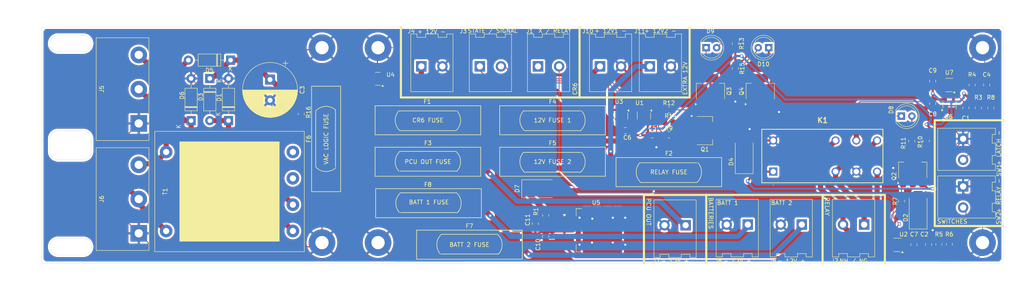
<source format=kicad_pcb>
(kicad_pcb (version 20241229) (generator "pcbnew") (generator_version "9.0")
  (title_block (title "Jet Flener (Revision of Design by Wesley T. Honeycutt)") (date "2025-06-11") (rev "0.5"))
  (layers (0 "F.Cu" signal) (2 "B.Cu" signal) (13 "F.Paste" user) (15 "B.Paste" user) (5 "F.SilkS" user "F.Silkscreen") (7 "B.SilkS" user "B.Silkscreen") (1 "F.Mask" user) (3 "B.Mask" user) (25 "Edge.Cuts" user))
  (net 0 "")
  (net 1 "Net-(C1-Pad2)")
  (net 2 "Net-(C1-Pad1)")
  (net 3 "Net-(D2-K)")
  (net 4 "GND")
  (net 5 "Net-(D3-K)")
  (net 6 "Net-(C4-Pad1)")
  (net 7 "Net-(D1-K)")
  (net 8 "Net-(D2-A)")
  (net 9 "Net-(D4-K)")
  (net 10 "Net-(D5-A)")
  (net 11 "+12V")
  (net 12 "Net-(D7-A)")
  (net 13 "Net-(D8-A)")
  (net 14 "Net-(D8-K)")
  (net 15 "Net-(D9-A)")
  (net 16 "Net-(D9-K)")
  (net 17 "Net-(D10-K)")
  (net 18 "Net-(D10-A)")
  (net 19 "Net-(F2-Pad1)")
  (net 20 "Net-(J7-Pin_1)")
  (net 21 "Net-(U5-IN)")
  (net 22 "Relay-toggle")
  (net 24 "Net-(J2-Pin_1)")
  (net 25 "Net-(J2-Pin_2)")
  (net 26 "LOGIC-Signal")
  (net 27 "Net-(J3-Pin_1)")
  (net 28 "Net-(J5-Pin_3)")
  (net 29 "Net-(J5-Pin_2)")
  (net 30 "Net-(Q1-B)")
  (net 31 "Net-(Q2-C)")
  (net 32 "Net-(Q2-B)")
  (net 33 "Net-(Q3-B)")
  (net 34 "Net-(Q4-B)")
  (net 35 "+5V")
  (net 36 "Net-(R7-Pad2)")
  (net 37 "LOGIC-Button")
  (net 38 "LOGIC-VAC")
  (net 39 "Net-(U1-Pad4)")
  (net 40 "Net-(U6-Pad4)")
  (net 43 "Net-(J4-Pin_1)")
  (net 44 "Net-(J10-Pin_1)")
  (net 45 "Net-(J11-Pin_1)")
  (net 46 "Net-(F6-Pad1)")
  (net 47 "Net-(U4-VI)")
  (net 48 "Net-(J9-Pin_1)")
  (net 49 "Net-(J8-Pin_1)")
  (footprint "EM27Footprints:Molex_Barrier_Term_Block-8.26mm-3pos" (layer "F.Cu") (at 52.4 51.76 90)
    (property "Reference" "J5")
    (property "Value" "Screw_Terminal_01x03")
  )
  (footprint "EM27Footprints:FUSE_5x20" (layer "F.Cu") (at 132 81)
    (property "Reference" "F7")
    (property "Value" "BATT 2 FUSE")
  )
  (footprint "EM27Footprints:FUSE_5x20" (layer "F.Cu") (at 180 63.5 180)
    (property "Reference" "F2")
    (property "Value" "RELAY FUSE")
  )
  (footprint "Diode_THT:D_DO-41_SOD81_P10.16mm_Horizontal" (layer "F.Cu") (at 69.5 40.92 -90)
    (property "Reference" "D3")
    (property "Value" "D")
  )
  (footprint "Capacitor_SMD:C_0805_2012Metric_Pad1.18x1.45mm_HandSolder" (layer "F.Cu") (at 147.85 75.9225 -90)
    (property "Reference" "C11")
    (property "Value" "0.1uF")
  )
  (footprint "EM27Footprints:KobiConn_5.08mm-2pos-35deg_screwterminal" (layer "F.Cu") (at 148.5 38)
    (property "Reference" "J1")
    (property "Value" "Screw_Terminal_01x02")
  )
  (footprint "MountingHole:MountingHole_3.2mm_M3_Pad" (layer "F.Cu") (at 255.5 33.5)
    (property "Reference" "H4" (hide yes))
    (property "Value" "MountingHole_Pad")
  )
  (footprint "Capacitor_SMD:C_0805_2012Metric_Pad1.18x1.45mm_HandSolder" (layer "F.Cu") (at 256.5 42.5 90)
    (property "Reference" "C4")
    (property "Value" "1uF")
  )
  (footprint "Package_TO_SOT_SMD:SOT-23" (layer "F.Cu") (at 109.9375 41 180)
    (property "Reference" "U4")
    (property "Value" "MCP1700x-500xxTT")
  )
  (footprint "Capacitor_SMD:C_0805_2012Metric_Pad1.18x1.45mm_HandSolder" (layer "F.Cu") (at 239 81 90)
    (property "Reference" "C7")
    (property "Value" "0.1uF")
  )
  (footprint "Resistor_SMD:R_0805_2012Metric_Pad1.20x1.40mm_HandSolder" (layer "F.Cu") (at 241.96 56 -90)
    (property "Reference" "R10")
    (property "Value" "100")
  )
  (footprint "EM27Footprints:KobiConn_5.08mm-2pos-35deg_screwterminal" (layer "F.Cu") (at 175.42 38)
    (property "Reference" "J11")
    (property "Value" "Screw_Terminal_01x02")
  )
  (footprint "Package_TO_SOT_SMD:SOT-23-5_HandSoldering" (layer "F.Cu") (at 168.5 49.85 -90)
    (property "Reference" "U3")
    (property "Value" "74AHCT1G08")
  )
  (footprint "EM27Footprints:Molex_Barrier_Term_Block-8.26mm-3pos" (layer "F.Cu") (at 52.4 78.26 90)
    (property "Reference" "J6")
    (property "Value" "Screw_Terminal_01x03")
  )
  (footprint "EM27Footprints:KobiConn_5.08mm-2pos-35deg_screwterminal" (layer "F.Cu") (at 163.42 38)
    (property "Reference" "J10")
    (property "Value" "Screw_Terminal_01x02")
  )
  (footprint "EM27Footprints:KobiConn_5.08mm-2pos-35deg_screwterminal" (layer "F.Cu") (at 120.42 38)
    (property "Reference" "J4")
    (property "Value" "Screw_Terminal_01x02")
  )
  (footprint "Package_TO_SOT_SMD:SOT-223-3_TabPin2" (layer "F.Cu") (at 202 44 90)
    (property "Reference" "Q4")
    (property "Value" "PZTA42")
  )
  (footprint "Resistor_SMD:R_0805_2012Metric_Pad1.20x1.40mm_HandSolder" (layer "F.Cu") (at 247.5 80.925 90)
    (property "Reference" "R5")
    (property "Value" "100k")
  )
  (footprint "EM27Footprints:KobiConn_5.08mm-2pos-35deg_screwterminal" (layer "F.Cu") (at 212 76.15 180)
    (property "Reference" "J9")
    (property "Value" "Screw_Terminal_01x02")
  )
  (footprint "MountingHole:MountingHole_3.2mm_M3_Pad" (layer "F.Cu") (at 96.5 80.5)
    (property "Reference" "H1" (hide yes))
    (property "Value" "MountingHole_Pad")
  )
  (footprint "Capacitor_SMD:C_0805_2012Metric_Pad1.18x1.45mm_HandSolder" (layer "F.Cu") (at 243.5 47 -90)
    (property "Reference" "C8")
    (property "Value" "0.1uF")
  )
  (footprint "Package_TO_SOT_SMD:SOT-223-3_TabPin2" (layer "F.Cu") (at 238.7 63 90)
    (property "Reference" "Q2")
    (property "Value" "PZTA42")
  )
  (footprint "Diode_SMD:D_SMB_Handsoldering" (layer "F.Cu") (at 149.3 67.5)
    (property "Reference" "D7")
    (property "Value" "D_Schottky")
  )
  (footprint "MountingHole:MountingHole_3.2mm_M3_Pad" (layer "F.Cu") (at 110 80.5)
    (property "Reference" "H2" (hide yes))
    (property "Value" "MountingHole_Pad")
  )
  (footprint "Package_TO_SOT_SMD:SOT-23-5_HandSoldering" (layer "F.Cu") (at 247.55 47.35 90)
    (property "Reference" "U6")
    (property "Value" "74AHCT1G00")
  )
  (footprint "Resistor_SMD:R_0805_2012Metric_Pad1.20x1.40mm_HandSolder" (layer "F.Cu") (at 253 42.5 90)
    (property "Reference" "R4")
    (property "Value" "100k")
  )
  (footprint "EM27Footprints:FUSE_5x20" (layer "F.Cu") (at 152 61 180)
    (property "Reference" "F5")
    (property "Value" "12V FUSE 2")
  )
  (footprint "EM27Footprints:FUSE_5x20" (layer "F.Cu") (at 122 61)
    (property "Reference" "F3")
    (property "Value" "PCU OUT FUSE")
  )
  (footprint "LED_THT:LED_D5.0mm" (layer "F.Cu") (at 235.96 50)
    (property "Reference" "D8")
    (property "Value" "LED")
  )
  (footprint "Package_TO_SOT_SMD:SOT-223-3_TabPin2" (layer "F.Cu") (at 188.625 53.5)
    (property "Reference" "Q1")
    (property "Value" "PZTA42")
  )
  (footprint "EM27Footprints:FUSE_5x20" (layer "F.Cu") (at 122.144 71)
    (property "Reference" "F8")
    (property "Value" "BATT 1 FUSE")
  )
  (footprint "EM27Footprints:KobiConn_5.08mm-2pos-35deg_screwterminal" (layer "F.Cu") (at 227 76.15 180)
    (property "Reference" "J2")
    (property "Value" "Screw_Terminal_01x02")
  )
  (footprint "Resistor_SMD:R_0805_2012Metric_Pad1.20x1.40mm_HandSolder" (layer "F.Cu") (at 150.35 73.96 -90)
    (property "Reference" "R1")
    (property "Value" "0")
  )
  (footprint "LED_THT:LED_D5.0mm" (layer "F.Cu") (at 188.96 33.5)
    (property "Reference" "D9")
    (property "Value" "LED")
  )
  (footprint "EM27Footprints:KobiConn_5.08mm-2pos-35deg_screwterminal" (layer "F.Cu") (at 250.825 66.96 -90)
    (property "Reference" "SW2")
    (property "Value" "SW_Push")
  )
  (footprint "LED_THT:LED_D5.0mm" (layer "F.Cu") (at 204.04 33.5 180)
    (property "Reference" "D10")
    (property "Value" "LED")
  )
  (footprint "EM27Footprints:FUSE_5x20" (layer "F.Cu") (at 97.5 55.5 90)
    (property "Reference" "F6")
    (property "Value" "VAC LOGIC FUSE")
  )
  (footprint "Capacitor_SMD:C_0805_2012Metric_Pad1.18x1.45mm_HandSolder" (layer "F.Cu") (at 242.5 80.9625 90)
    (property "Reference" "C2")
    (property "Value" "1uF")
  )
  (footprint "Package_TO_SOT_SMD:SOT-23-5_HandSoldering" (layer "F.Cu") (at 235 81.05 180)
    (property "Reference" "U2")
    (property "Value" "74AHCT1G86")
  )
  (footprint "Diode_THT:D_DO-41_SOD81_P10.16mm_Horizontal" (layer "F.Cu") (at 74 51.08 90)
    (property "Reference" "D1")
    (property "Value" "D")
  )
  (footprint "Package_TO_SOT_SMD:TO-263-3_TabPin2" (layer "F.Cu") (at 162.5 77.5)
    (property "Reference" "U5")
    (property "Value" "L7805")
  )
  (footprint "MountingHole:MountingHole_3.2mm_M3_Pad" (layer "F.Cu") (at 255.5 80.5)
    (property "Reference" "H6" (hide yes))
    (property "Value" "MountingHole_Pad")
  )
  (footprint "EM27Footprints:F12-090-C2" (layer "F.Cu") (at 74.2473 68.175 -90)
    (property "Reference" "T1")
    (property "Value" "Transformer_1P_2S")
  )
  (footprint "Resistor_SMD:R_0805_2012Metric_Pad1.20x1.40mm_HandSolder" (layer "F.Cu") (at 254.5 48 -90)
    (property "Reference" "R3")
    (property "Value" "100k")
  )
  (footprint "Capacitor_SMD:C_0805_2012Metric_Pad1.18x1.45mm_HandSolder" (layer "F.Cu") (at 243.5 41.5375 90)
    (property "Reference" "C9")
    (property "Value" "0.1uF")
  )
  (footprint "EM27Footprints:KobiConn_5.08mm-2pos-35deg_screwterminal" (layer "F.Cu") (at 250.825 55.46 -90)
    (property "Reference" "SW1")
    (property "Value" "SW_Push")
  )
  (footprint "Capacitor_SMD:C_0805_2012Metric_Pad1.18x1.45mm_HandSolder" (layer "F.Cu") (at 176 54.5)
    (property "Reference" "C5")
    (property "Value" "0.1uF")
  )
  (footprint "EM27Footprints:FUSE_5x20" (layer "F.Cu") (at 122 51 180)
    (property "Reference" "F1")
    (property "Value" "CR6 FUSE")
  )
  (footprint "Diode_THT:D_DO-41_SOD81_P10.16mm_Horizontal" (layer "F.Cu") (at 65 51.08 90)
    (property "Reference" "D6")
    (property "Value" "D")
  )
  (footprint "Resistor_SMD:R_0805_2012Metric_Pad1.20x1.40mm_HandSolder" (layer "F.Cu") (at 180 54.5)
    (property "Reference" "R9")
    (property "Value" "0")
  )
  (footprint "EM27Footprints:KobiConn_5.08mm-2pos-35deg_screwterminal" (layer "F.Cu") (at 134.5 38)
    (property "Reference" "J3")
    (property "Value" "Screw_Terminal_01x02")
  )
  (footprint "Resistor_SMD:R_0805_2012Metric_Pad1.20x1.40mm_HandSolder" (layer "F.Cu") (at 196 38.5 -90)
    (property "Reference" "R15")
    (property "Value" "10k")
  )
  (footprint "Capacitor_SMD:C_0805_2012Metric_Pad1.18x1.45mm_HandSolder" (layer "F.Cu") (at 251.5 48 -90)
    (property "Reference" "C1")
    (property "Value" "1uF")
  )
  (footprint "Resistor_SMD:R_0805_2012Metric_Pad1.20x1.40mm_HandSolder" (layer "F.Cu") (at 238.46 56 90)
    (property "Reference" "R11")
    (property "Value" "10k")
  )
  (footprint "Resistor_SMD:R_0805_2012Metric_Pad1.20x1.40mm_HandSolder" (layer "F.Cu") (at 196 32.5 90)
    (property "Reference" "R13")
    (property "Value" "10k")
  )
  (footprint "Resistor_SMD:R_0805_2012Metric_Pad1.20x1.40mm_HandSolder" (layer "F.Cu") (at 180 51.5)
    (property "Reference" "R14")
    (property "Value" "0")
  )
  (footprint "MountingHole:MountingHole_3.2mm_M3_Pad" (layer "F.Cu") (at 96.5 33.5)
    (property "Reference" "H3" (hide yes))
    (property "Value" "MountingHole_Pad")
  )
  (footprint "Diode_SMD:D_SMB_Handsoldering" (layer "F.Cu") (at 198.125 59.175 90)
    (property "Reference" "D4")
    (property "Value" "D")
  )
  (footprint "MountingHole:MountingHole_3.2mm_M3_Pad" (layer "F.Cu") (at 110 33.5)
    (property "Reference" "H5" (hide yes))
    (property "Value" "MountingHole_Pad")
  )
  (footprint "Diode_SMD:D_SMB_Handsoldering" (layer "F.Cu") (at 240 72.5 90)
    (property "Reference" "D2")
    (property "Value" "D")
  )
  (footprint "Package_TO_SOT_SMD:SOT-23-5_HandSoldering" (layer "F.Cu") (at 174 49.85 -90)
    (property "Reference" "U1")
    (property "Value" "74AHCT1G86")
  )
  (footprint "Capacitor_SMD:C_0805_2012Metric_Pad1.18x1.45mm_HandSolder" (layer "F.Cu") (at 150.35 78.9975 90)
    (property "Reference" "C10")
    (property "Value" "0.1uF")
  )
  (footprint "Diode_THT:D_DO-41_SOD81_P10.16mm_Horizontal" (layer "F.Cu") (at 74.5 36.5 180)
    (property "Reference" "D5")
    (property "Value" "D")
  )
  (footprint "Resistor_SMD:R_0805_2012Metric_Pad1.20x1.40mm_HandSolder" (layer "F.Cu") (at 236 70.5 -90)
    (property "Reference" "R7")
    (property "Value" "0")
  )
  (footprint "EM27Footprints:KobiConn_5.08mm-2pos-35deg_screwterminal" (layer "F.Cu") (at 184.028027 76.303805 180)
    (property "Reference" "J7")
    (property "Value" "Screw_Terminal_01x02")
  )
  (footprint "Package_TO_SOT_SMD:SOT-23-5_HandSoldering" (layer "F.Cu") (at 247.5 42.5 180)
    (property "Reference" "U7")
    (property "Value" "74AHCT1G00")
  )
  (footprint "Resistor_SMD:R_0805_2012Metric_Pad1.20x1.40mm_HandSolder" (layer "F.Cu") (at 91.5 49.5 -90)
    (property "Reference" "R16")
    (property "Value" "0")
  )
  (footprint "Resistor_SMD:R_0805_2012Metric_Pad1.20x1.40mm_HandSolder" (layer "F.Cu") (at 257.5 48 -90)
    (property "Reference" "R8")
    (property "Value" "5M")
  )
  (footprint "Resistor_SMD:R_0805_2012Metric_Pad1.20x1.40mm_HandSolder" (layer "F.Cu") (at 245 80.925 -90)
    (property "Reference" "R6")
    (property "Value" "5M")
  )
  (footprint "Resistor_SMD:R_0805_2012Metric_Pad1.20x1.40mm_HandSolder" (layer "F.Cu") (at 180 48.5)
    (property "Reference" "R12")
    (property "Value" "0")
  )
  (footprint "EM27Footprints:J114FL2CS85VDC41" (layer "F.Cu") (at 205.125 63.375)
    (property "Reference" "K1")
    (property "Value" "Relay_DPDT" (hide yes))
  )
  (footprint "EM27Footprints:FUSE_5x20" (layer "F.Cu") (at 152 51 180)
    (property "Reference" "F4")
    (property "Value" "12V FUSE 1")
  )
  (footprint "Package_TO_SOT_SMD:SOT-223-3_TabPin2" (layer "F.Cu") (at 190 44 90)
    (property "Reference" "Q3")
    (property "Value" "PZTA42")
  )
  (footprint "Capacitor_SMD:C_0805_2012Metric_Pad1.18x1.45mm_HandSolder" (layer "F.Cu") (at 169.5375 53.5 180)
    (property "Reference" "C6")
    (property "Value" "0.1uF")
  )
  (footprint "Capacitor_THT:CP_Radial_D13.0mm_P5.00mm" (layer "F.Cu") (at 84 41.184785 -90)
    (property "Reference" "C3")
    (property "Value" "1kuF")
  )
  (footprint "EM27Footprints:KobiConn_5.08mm-2pos-35deg_screwterminal" (layer "F.Cu") (at 199 76.15 180)
    (property "Reference" "J8")
    (property "Value" "Screw_Terminal_01x02")
  )
  (gr_line (start 236.5 32.5) (end 240 32.5) (stroke (width 0.508)) (layer "F.Cu"))
  (gr_line (start 232.5 32.5) (end 233.5 33.5) (stroke (width 0.508)) (layer "F.Cu"))
  (gr_line (start 237.5 38.5) (end 237.5 42.5) (stroke (width 0.508)) (layer "F.Cu"))
  (gr_line (start 236.5 37.5) (end 239.5 37.5) (stroke (width 0.508)) (layer "F.Cu"))
  (gr_line (start 229.5 33.5) (end 230.5 32.5) (stroke (width 0.508)) (layer "F.Cu"))
  (gr_line (start 235.5 33.5) (end 236.5 32.5) (stroke (width 0.508)) (layer "F.Cu"))
  (gr_line (start 215 32.5) (end 215 42.5) (stroke (width 0.508)) (layer "F.Cu"))
  (gr_line (start 227 32.5) (end 227 42.5) (stroke (width 0.508)) (layer "F.Cu"))
  (gr_line (start 224.5 35) (end 227 32.5) (stroke (width 0.508)) (layer "F.Cu"))
  (gr_line (start 240 32.5) (end 237.5 38.5) (stroke (width 0.508)) (layer "F.Cu"))
  (gr_line (start 229.5 40.5) (end 229.5 42.5) (stroke (width 0.508)) (layer "F.Cu"))
  (gr_line (start 215 42.5) (end 219 42.5) (stroke (width 0.508)) (layer "F.Cu"))
  (gr_line (start 222 32.5) (end 224.5 35) (stroke (width 0.508)) (layer "F.Cu"))
  (gr_line (start 215 32.5) (end 219 32.5) (stroke (width 0.508)) (layer "F.Cu"))
  (gr_line (start 215 37.5) (end 217.5 37.5) (stroke (width 0.508)) (layer "F.Cu"))
  (gr_line (start 233.5 33.5) (end 229.5 40.5) (stroke (width 0.508)) (layer "F.Cu"))
  (gr_line (start 230.5 32.5) (end 232.5 32.5) (stroke (width 0.508)) (layer "F.Cu"))
  (gr_line (start 229.5 42.5) (end 233.5 42.5) (stroke (width 0.508)) (layer "F.Cu"))
  (gr_line (start 222 32.5) (end 222 42.5) (stroke (width 0.508)) (layer "F.Cu"))
  (gr_line (start 185 45.5) (end 185 28.5) (stroke (width 0.508)) (layer "F.SilkS"))
  (gr_line (start 217 69) (end 232 69) (stroke (width 0.508)) (layer "F.SilkS"))
  (gr_line (start 244 76.5) (end 244 51) (stroke (width 0.508)) (layer "F.SilkS"))
  (gr_line (start 189 69) (end 189 85.5) (stroke (width 0.508)) (layer "F.SilkS"))
  (gr_line (start 217 69) (end 189 69) (stroke (width 0.508)) (layer "F.SilkS"))
  (gr_line (start 244 76.5) (end 260.5 76.5) (stroke (width 0.508)) (layer "F.SilkS"))
  (gr_line (start 158.5 45.5) (end 185 45.5) (stroke (width 0.508)) (layer "F.SilkS"))
  (gr_line (start 174 69) (end 174 85.5) (stroke (width 0.508)) (layer "F.SilkS"))
  (gr_line (start 115.5 28.5) (end 115.5 45.5) (stroke (width 0.508)) (layer "F.SilkS"))
  (gr_line (start 244 51) (end 260.5 51) (stroke (width 0.508)) (layer "F.SilkS"))
  (gr_line (start 115.5 45.5) (end 158.5 45.5) (stroke (width 0.508)) (layer "F.SilkS"))
  (gr_line (start 232 69) (end 232 85.5) (stroke (width 0.508)) (layer "F.SilkS"))
  (gr_line (start 189 69) (end 174 69) (stroke (width 0.508)) (layer "F.SilkS"))
  (gr_line (start 217 85.5) (end 217 69) (stroke (width 0.508)) (layer "F.SilkS"))
  (gr_line (start 158.5 45.5) (end 158.5 28.5) (stroke (width 0.508)) (layer "F.SilkS"))
  (gr_arc (start 33 34.5) (mid 31 32.5) (end 33 30.5) (stroke (width 0.05)) (layer "Edge.Cuts"))
  (gr_line (start 41 58.5) (end 41 55.5) (stroke (width 0.05)) (layer "Edge.Cuts"))
  (gr_arc (start 33 60.5) (mid 31.585786 59.914214) (end 31 58.5) (stroke (width 0.05)) (layer "Edge.Cuts"))
  (gr_line (start 39 83.5) (end 33 83.5) (stroke (width 0.05)) (layer "Edge.Cuts"))
  (gr_line (start 29 28.5) (end 29 85.5) (stroke (width 0.05)) (layer "Edge.Cuts"))
  (gr_line (start 33 53.5) (end 39 53.5) (stroke (width 0.05)) (layer "Edge.Cuts"))
  (gr_line (start 260.5 28.5) (end 29 28.5) (stroke (width 0.05)) (layer "Edge.Cuts"))
  (gr_line (start 39 60.5) (end 33 60.5) (stroke (width 0.05)) (layer "Edge.Cuts"))
  (gr_line (start 115 85.5) (end 260.5 85.5) (stroke (width 0.05)) (layer "Edge.Cuts"))
  (gr_line (start 39 34.5) (end 33 34.5) (stroke (width 0.05)) (layer "Edge.Cuts"))
  (gr_line (start 33 79.5) (end 39 79.5) (stroke (width 0.05)) (layer "Edge.Cuts"))
  (gr_arc (start 39 30.5) (mid 41 32.5) (end 39 34.5) (stroke (width 0.05)) (layer "Edge.Cuts"))
  (gr_line (start 31 55.5) (end 31 58.5) (stroke (width 0.05)) (layer "Edge.Cuts"))
  (gr_arc (start 33 83.5) (mid 31 81.5) (end 33 79.5) (stroke (width 0.05)) (layer "Edge.Cuts"))
  (gr_arc (start 41 58.5) (mid 40.414214 59.914214) (end 39 60.5) (stroke (width 0.05)) (layer "Edge.Cuts"))
  (gr_arc (start 39 79.5) (mid 41 81.5) (end 39 83.5) (stroke (width 0.05)) (layer "Edge.Cuts"))
  (gr_line (start 33 30.5) (end 39 30.5) (stroke (width 0.05)) (layer "Edge.Cuts"))
  (gr_arc (start 39 53.5) (mid 40.414214 54.085786) (end 41 55.5) (stroke (width 0.05)) (layer "Edge.Cuts"))
  (gr_arc (start 31 55.5) (mid 31.585786 54.085786) (end 33 53.5) (stroke (width 0.05)) (layer "Edge.Cuts"))
  (gr_line (start 29 85.5) (end 115 85.5) (stroke (width 0.05)) (layer "Edge.Cuts"))
  (gr_line (start 260.5 85.5) (end 260.5 28.5) (stroke (width 0.05)) (layer "Edge.Cuts"))
  (gr_text "NH / NG" (at 221 85.5 0) (layer "F.SilkS") (effects (font (size 1 1)) (justify left bottom)))
  (gr_text "X / RELAY" (at 148.5 30 0) (layer "F.SilkS") (effects (font (size 1 1)) (justify left bottom)))
  (gr_text "BATT 1" (at 191.5 71.5 0) (layer "F.SilkS") (effects (font (size 1 1)) (justify left bottom)))
  (gr_text "PCU OUT" (at 174.528027 69.653805 270) (layer "F.SilkS") (effects (font (size 1 1)) (justify left bottom)))
  (gr_text "EXTRA 12V" (at 184.5 45 90) (layer "F.SilkS") (effects (font (size 1 1)) (justify left bottom)))
  (gr_text "- 12V +" (at 193 85.5 0) (layer "F.SilkS") (effects (font (size 1 1)) (justify left bottom)))
  (gr_text "SWITCHES" (at 244.5 76 0) (layer "F.SilkS") (effects (font (size 1 1)) (justify left bottom)))
  (gr_text "+ 12V2 -" (at 174 30 0) (layer "F.SilkS") (effects (font (size 1 1)) (justify left bottom)))
  (gr_text "BATTERIES" (at 189.5 69.5 270) (layer "F.SilkS") (effects (font (size 1 1)) (justify left bottom)))
  (gr_text "+ 12V -" (at 119.38 30.2 0) (layer "F.SilkS") (effects (font (size 1 1)) (justify left bottom)))
  (gr_text "RELAY" (at 217.5 69.5 270) (layer "F.SilkS") (effects (font (size 1 1)) (justify left bottom)))
  (gr_text "+ 12V1 -" (at 162 30 0) (layer "F.SilkS") (effects (font (size 1 1)) (justify left bottom)))
  (gr_text "- 12V +" (at 206 85.5 0) (layer "F.SilkS") (effects (font (size 1 1)) (justify left bottom)))
  (gr_text "+ LATCH -" (at 260 62 90) (layer "F.SilkS") (effects (font (size 1 1)) (justify left bottom)))
  (gr_text "+ RELAY -" (at 260 73.5 90) (layer "F.SilkS") (effects (font (size 1 1)) (justify left bottom)))
  (gr_text "STATE / SIGNAL" (at 131.5 30 0) (layer "F.SilkS") (effects (font (size 1 1)) (justify left bottom)))
  (gr_text "BATT 2" (at 204.5 71.5 0) (layer "F.SilkS") (effects (font (size 1 1)) (justify left bottom)))
  (gr_text "- 12V +" (at 178 85.5 0) (layer "F.SilkS") (effects (font (size 1 1)) (justify left bottom)))
  (gr_text "CR6" (at 158 45 90) (layer "F.SilkS") (effects (font (size 1 1)) (justify left bottom)))
  (segment (start 254.5 49) (end 254.5 56.865) (width 0.2) (layer "F.Cu") (net 1))
  (segment (start 254.5 49) (end 257.5 49) (width 0.2) (layer "F.Cu") (net 1))
  (segment (start 254.5 56.865) (end 250.825 60.54) (width 0.2) (layer "F.Cu") (net 1))
  (segment (start 254.5 49) (end 251.5375 49) (width 0.2) (layer "F.Cu") (net 1))
  (segment (start 251.5375 49) (end 251.5 49.0375) (width 0.2) (layer "F.Cu") (net 1))
  (segment (start 248.85 43.45) (end 248.85 44.4) (width 0.2) (layer "F.Cu") (net 2))
  (segment (start 248.85 44.4) (end 251.4125 46.9625) (width 0.2) (layer "F.Cu") (net 2))
  (segment (start 248.85 43.45) (end 250.05 43.45) (width 0.2) (layer "F.Cu") (net 2))
  (segment (start 251.4125 46.9625) (end 251.5 46.9625) (width 0.2) (layer "F.Cu") (net 2))
  (segment (start 250.05 43.45) (end 252 41.5) (width 0.2) (layer "F.Cu") (net 2))
  (segment (start 252 41.5) (end 253 41.5) (width 0.2) (layer "F.Cu") (net 2))
  (segment (start 243.759202 81.740798) (end 243.5 82) (width 0.2) (layer "F.Cu") (net 3))
  (segment (start 243.759202 78.565881) (end 243.759202 81.740798) (width 0.2) (layer "F.Cu") (net 3))
  (segment (start 241.299 80.799) (end 239.76216 80.799) (width 0.2) (layer "F.Cu") (net 3))
  (segment (start 242.191364 75.2) (end 244.31484 77.323476) (width 0.2) (layer "F.Cu") (net 3))
  (segment (start 244.31484 78.010243) (end 243.759202 78.565881) (width 0.2) (layer "F.Cu") (net 3))
  (segment (start 244.925 82) (end 245 81.925) (width 0.2) (layer "F.Cu") (net 3))
  (segment (start 242.5 82) (end 241.299 80.799) (width 0.2) (layer "F.Cu") (net 3))
  (segment (start 244.31484 77.323476) (end 244.31484 78.010243) (width 0.2) (layer "F.Cu") (net 3))
  (segment (start 239.76216 80.799) (end 239.51116 81.05) (width 0.2) (layer "F.Cu") (net 3))
  (segment (start 242.5 82) (end 243.5 82) (width 0.2) (layer "F.Cu") (net 3))
  (segment (start 240 75.2) (end 242.191364 75.2) (width 0.2) (layer "F.Cu") (net 3))
  (segment (start 243.5 82) (end 244.925 82) (width 0.2) (layer "F.Cu") (net 3))
  (segment (start 239.51116 81.05) (end 236.35 81.05) (width 0.2) (layer "F.Cu") (net 3))
  (segment (start 197.5 80.23) (end 197.5 80.275) (width 0.25) (layer "F.Cu") (net 4))
  (segment (start 249.801 40.599) (end 248.85 41.55) (width 0.2) (layer "F.Cu") (net 4))
  (segment (start 258.5875 55.5875) (end 259 55.175) (width 0.2) (layer "F.Cu") (net 4))
  (segment (start 247.5 51.4329) (end 247.5 52.135) (width 0.2) (layer "F.Cu") (net 4))
  (segment (start 152.39 77.5) (end 154.85 77.5) (width 0.508) (layer "F.Cu") (net 4))
  (segment (start 181.5 80.275) (end 183 80.275) (width 0.2) (layer "F.Cu") (net 4))
  (segment (start 200.94 55.875) (end 200.94 54.625) (width 0.508) (layer "F.Cu") (net 4))
  (segment (start 71.92 34) (end 92 34) (width 0.2) (layer "F.Cu") (net 4))
  (segment (start 192.3 47.15) (end 195.35 47.15) (width 0.2) (layer "F.Cu") (net 4))
  (segment (start 152.81 77.5) (end 154.85 77.5) (width 0.508) (layer "F.Cu") (net 4))
  (segment (start 256.5 41.4625) (end 255.6365 40.599) (width 0.2) (layer "F.Cu") (net 4))
  (segment (start 109.972766 40.527234) (end 109.8365 40.390968) (width 0.2) (layer "F.Cu") (net 4))
  (segment (start 205 47.5) (end 206.5 49) (width 0.2) (layer "F.Cu") (net 4))
  (segment (start 225.125 63.375) (end 227.25 61.25) (width 0.25) (layer "F.Cu") (net 4))
  (segment (start 259 55.175) (end 259 43.9625) (width 0.2) (layer "F.Cu") (net 4))
  (segment (start 256.46 33.5) (end 254.46 31.5) (width 0.2) (layer "F.Cu") (net 4))
  (segment (start 203.295 80.275) (end 206.92 76.65) (width 0.2) (layer "F.Cu") (net 4))
  (segment (start 177 57.5) (end 177 77.775) (width 0.2) (layer "F.Cu") (net 4))
  (segment (start 185.5 80.275) (end 185.551 80.224) (width 0.2) (layer "F.Cu") (net 4))
  (segment (start 253 30.5) (end 256 33.5) (width 0.2) (layer "F.Cu") (net 4))
  (segment (start 212.5 30.5) (end 253 30.5) (width 0.2) (layer "F.Cu") (net 4))
  (segment (start 176.7 55.8) (end 178 55.8) (width 0.2) (layer "F.Cu") (net 4))
  (segment (start 247.7625 40.4625) (end 244 40.4625) (width 0.2) (layer "F.Cu") (net 4))
  (segment (start 242.5 78.5) (end 243.5 77.5) (width 0.2) (layer "F.Cu") (net 4))
  (segment (start 259 43.9625) (end 256.5 41.4625) (width 0.2) (layer "F.Cu") (net 4))
  (segment (start 177.0375 55.5375) (end 177.0375 54.5) (width 0.2) (layer "F.Cu") (net 4))
  (segment (start 94.5 74) (end 96.5 76) (width 0.2) (layer "F.Cu") (net 4))
  (segment (start 52.4 51.76) (end 46 58.16) (width 0.2) (layer "F.Cu") (net 4))
  (segment (start 177 34.5) (end 180.5 38) (width 0.2) (layer "F.Cu") (net 4))
  (segment (start 65 40.92) (end 69.5 45.42) (width 0.2) (layer "F.Cu") (net 4))
  (segment (start 177.3 55.8) (end 178 55.8) (width 0.2) (layer "F.Cu") (net 4))
  (segment (start 247.0671 51) (end 247.5 51.4329) (width 0.2) (layer "F.Cu") (net 4))
  (segment (start 147.85 76.96) (end 148.35 76.46) (width 0.508) (layer "F.Cu") (net 4))
  (segment (start 109.972766 40.527234) (end 110.875 41.429468) (width 0.2) (layer "F.Cu") (net 4))
  (segment (start 166.425 80.275) (end 174.5 80.275) (width 0.2) (layer "F.Cu") (net 4))
  (segment (start 242.325 80.1) (end 242.5 79.925) (width 0.2) (layer "F.Cu") (net 4))
  (segment (start 205 45.5) (end 205 46.45) (width 0.2) (layer "F.Cu") (net 4))
  (segment (start 248.5 49.5671) (end 248.5 48.7) (width 0.2) (layer "F.Cu") (net 4))
  (segment (start 197.5 80.275) (end 199.375 80.275) (width 0.2) (layer "F.Cu") (net 4))
  (segment (start 69.5 45.42) (end 74 40.92) (width 0.2) (layer "F.Cu") (net 4))
  (segment (start 182.545 80.275) (end 183 80.275) (width 0.25) (layer "F.Cu") (net 4))
  (segment (start 109.8365 40.390968) (end 109.8365 38) (width 0.2) (layer "F.Cu") (net 4))
  (segment (start 95.5 34) (end 96.5 33) (width 0.2) (layer "F.Cu") (net 4))
  (segment (start 205 45.5) (end 205 39) (width 0.2) (layer "F.Cu") (net 4))
  (segment (start 96.5 76) (end 96.5 76.5) (width 0.2) (layer "F.Cu") (net 4))
  (segment (start 208.5 30.5) (end 212.5 30.5) (width 0.2) (layer "F.Cu") (net 4))
  (segment (start 247.5 52.135) (end 250.825 55.46) (width 0.2) (layer "F.Cu") (net 4))
  (segment (start 167.55 48.98999) (end 167.55 48.5) (width 0.2) (layer "F.Cu") (net 4))
  (segment (start 110.875 41.429468) (end 110.875 41.95) (width 0.2) (layer "F.Cu") (net 4))
  (segment (start 172 34.5) (end 168.5 38) (width 0.2) (layer "F.Cu") (net 4))
  (segment (start 150.35 77.96) (end 152.35 77.96) (width 0.508) (layer "F.Cu") (net 4))
  (segment (start 206.5 37.5) (end 206.5 32.5) (width 0.2) (layer "F.Cu") (net 4))
  (segment (start 152.35 77.96) (end 152.81 77.5) (width 0.508) (layer "F.Cu") (net 4))
  (segment (start 244 48.4625) (end 244 50) (width 0.2) (layer "F.Cu") (net 4))
  (segment (start 200.94 54.625) (end 199.44 53.125) (width 0.508) (layer "F.Cu") (net 4))
  (segment (start 176 56.5) (end 176.7 55.8) (width 0.2) (layer "F.Cu") (net 4))
  (segment (start 185.475 55.8) (end 182 55.8) (width 0.2) (layer "F.Cu") (net 4))
  (segment (start 105.5 76) (end 110 80.5) (width 0.2) (layer "F.Cu") (net 4))
  (segment (start 172 34.5) (end 176 30.5) (width 0.2) (layer "F.Cu") (net 4))
  (segment (start 92.5 34) (end 95.5 34) (width 0.2) (layer "F.Cu") (net 4))
  (segment (start 92.5 55.5) (end 92.5 70.55) (width 0.2) (layer "F.Cu") (net 4))
  (segment (start 177.0375 50.5375) (end 176.619 50.119) (width 0.2) (layer "F.Cu") (net 4))
  (segment (start 114.399 84.899) (end 130.601 84.899) (width 0.2) (layer "F.Cu") (net 4))
  (segment (start 207.5 30.5) (end 208.5 30.5) (width 0.2) (layer "F.Cu") (net 4))
  (segment (start 105.5 46) (end 105.5 76) (width 0.2) (layer "F.Cu") (net 4))
  (segment (start 243.5 47.9625) (end 244 48.4625) (width 0.2) (layer "F.Cu") (net 4))
  (segment (start 185.5 80.275) (end 181.5 80.275) (width 0.2) (layer "F.Cu") (net 4))
  (segment (start 242.5 79.925) (end 239.0375 79.925) (width 0.2) (layer "F.Cu") (net 4))
  (segment (start 109.8365 33.1635) (end 110 33) (width 0.2) (layer "F.Cu") (net 4))
  (segment (start 245 51) (end 247.0671 51) (width 0.2) (layer "F.Cu") (net 4))
  (segment (start 95.5 81.5) (end 96.5 80.5) (width 0.2) (layer "F.Cu") (net 4))
  (segment (start 109.8365 37.5) (end 109.8365 34.1635) (width 0.2) (layer "F.Cu") (net 4))
  (segment (start 46 71.86) (end 52.4 78.26) (width 0.2) (layer "F.Cu") (net 4))
  (segment (start 92.5 70.55) (end 94.5 72.55) (width 0.2) (layer "F.Cu") (net 4))
  (segment (start 96.5 76.5) (end 96.5 81.5) (width 0.2) (layer "F.Cu") (net 4))
  (segment (start 109.8365 38) (end 109.8365 33.6635) (width 0.2) (layer "F.Cu") (net 4))
  (segment (start 244 50) (end 245 51) (width 0.2) (layer "F.Cu") (net 4))
  (segment (start 232.75 61.25) (end 234 62.5) (width 0.25) (layer "F.Cu") (net 4))
  (segment (start 110.875 41.95) (end 109.55 41.95) (width 0.2) (layer "F.Cu") (net 4))
  (segment (start 130.601 84.899) (end 138.54 76.96) (width 0.2) (layer "F.Cu") (net 4))
  (segment (start 177 54.4625) (end 177.0375 54.5) (width 0.2) (layer "F.Cu") (net 4))
  (segment (start 171 56.5) (end 168.5 54) (width 0.2) (layer "F.Cu") (net 4))
  (segment (start 176 30.5) (end 207.5 30.5) (width 0.2) (layer "F.Cu") (net 4))
  (segment (start 239 79.9625) (end 238.5375 79.9625) (width 0.2) (layer "F.Cu") (net 4))
  (segment (start 92 34) (end 92.5 34) (width 0.2) (layer "F.Cu") (net 4))
  (segment (start 205.125 55.875) (end 200.94 55.875) (width 0.508) (layer "F.Cu") (net 4))
  (segment (start 205 45.5) (end 205 47.5) (width 0.2) (layer "F.Cu") (net 4))
  (segment (start 172 34.5) (end 177 34.5) (width 0.2) (layer "F.Cu") (net 4))
  (segment (start 96.5 76.5) (end 96.5 80.5) (width 0.2) (layer "F.Cu") (net 4))
  (segment (start 92 34) (end 96 34) (width 0.2) (layer "F.Cu") (net 4))
  (segment (start 104.5 73.5) (end 95.45 73.5) (width 0.2) (layer "F.Cu") (net 4))
  (segment (start 92 81.5) (end 95.5 81.5) (width 0.2) (layer "F.Cu") (net 4))
  (segment (start 183 80.275) (end 194 80.275) (width 0.2) (layer "F.Cu") (net 4))
  (segment (start 177 77.775) (end 174.5 80.275) (width 0.2) (layer "F.Cu") (net 4))
  (segment (start 255.6365 40.599) (end 249.801 40.599) (width 0.2) (layer "F.Cu") (net 4))
  (segment (start 174.5 80.275) (end 180.5 80.275) (width 0.2) (layer "F.Cu") (net 4))
  (segment (start 84 47) (end 92.5 55.5) (width 0.2) (layer "F.Cu") (net 4))
  (segment (start 176 56.5) (end 171 56.5) (width 0.2) (layer "F.Cu") (net 4))
  (segment (start 178.92 76.65) (end 182.545 80.275) (width 0.25) (layer "F.Cu") (net 4))
  (segment (start 258.675 55.5) (end 258.5875 55.5875) (width 0.2) (layer "F.Cu") (net 4))
  (segment (start 249.175 62.5) (end 247.675 61) (width 0.2) (layer "F.Cu") (net 4))
  (segment (start 168.5 53.5) (end 168.5 49.93999) (width 0.2) (layer "F.Cu") (net 4))
  (segment (start 96 34) (end 96.5 33.5) (width 0.2) (layer "F.Cu") (net 4))
  (segment (start 173.05 49.279999) (end 173.05 48.5) (width 0.2) (layer "F.Cu") (net 4))
  (segment (start 92 81.5) (end 96 81.5) (width 0.2) (layer "F.Cu") (net 4))
  (segment (start 247.0671 51) (end 248.5 49.5671) (width 0.2) (layer "F.Cu") (net 4))
  (segment (start 206.5 32.5) (end 208.5 30.5) (width 0.2) (layer "F.Cu") (net 4))
  (segment (start 180.5 80.275) (end 181.5 80.275) (width 0.2) (layer "F.Cu") (net 4))
  (segment (start 238.5375 79.9625) (end 238.4 80.1) (width 0.2) (layer "F.Cu") (net 4))
  (segment (start 151.35 76.46) (end 152.39 77.5) (width 0.508) (layer "F.Cu") (net 4))
  (segment (start 109.8365 34.1635) (end 110 34) (width 0.2) (layer "F.Cu") (net 4))
  (segment (start 247.675 59) (end 250.825 55.85) (width 0.2) (layer "F.Cu") (net 4))
  (segment (start 110 80.5) (end 114.399 84.899) (width 0.2) (layer "F.Cu") (net 4))
  (segment (start 178 55.8) (end 182 55.8) (width 0.2) (layer "F.Cu") (net 4))
  (segment (start 109.55 41.95) (end 105.5 46) (width 0.2) (layer "F.Cu") (net 4))
  (segment (start 109.8365 37.5) (end 109.8365 33.1635) (width 0.2) (layer "F.Cu") (net 4))
  (segment (start 239.0375 79.925) (end 239 79.9625) (width 0.2) (layer "F.Cu") (net 4))
  (segment (start 242.5 79.925) (end 242.5 78.5) (width 0.2) (layer "F.Cu") (net 4))
  (segment (start 205 39) (end 206.5 37.5) (width 0.2) (layer "F.Cu") (net 4))
  (segment (start 96 81.5) (end 96.5 81) (width 0.2) (layer "F.Cu") (net 4))
  (segment (start 227.25 61.25) (end 232.75 61.25) (width 0.25) (layer "F.Cu") (net 4))
  (segment (start 148.35 76.46) (end 151.35 76.46) (width 0.508) (layer "F.Cu") (net 4))
  (segment (start 199.375 80.275) (end 203.295 80.275) (width 0.2) (layer "F.Cu") (net 4))
  (segment (start 95.45 73.5) (end 94.5 72.55) (width 0.2) (layer "F.Cu") (net 4))
  (segment (start 238.4 80.1) (end 236.35 80.1) (width 0.2) (layer "F.Cu") (net 4))
  (segment (start 52.4 78.26) (end 55.64 81.5) (width 0.2) (layer "F.Cu") (net 4))
  (segment (start 198.725 55.875) (end 198.125 56.475) (width 0.508) (layer "F.Cu") (net 4))
  (segment (start 200.94 55.875) (end 198.725 55.875) (width 0.508) (layer "F.Cu") (net 4))
  (segment (start 46 58.16) (end 46 71.86) (width 0.2) (layer "F.Cu") (net 4))
  (segment (start 94.5 74) (end 94.5 72.55) (width 0.2) (layer "F.Cu") (net 4))
  (segment (start 194 80.275) (end 197.5 80.275) (width 0.2) (layer "F.Cu") (net 4))
  (segment (start 247.675 61) (end 247.675 59) (width 0.2) (layer "F.Cu") (net 4))
  (segment (start 243.5 48) (end 243.5 47.9625) (width 0.2) (layer "F.Cu") (net 4))
  (segment (start 193.92 76.65) (end 197.5 80.23) (width 0.25) (layer "F.Cu") (net 4))
  (segment (start 84 46.184785) (end 84 47) (width 0.2) (layer "F.Cu") (net 4))
  (segment (start 177.0375 55.5375) (end 177.3 55.8) (width 0.2) (layer "F.Cu") (net 4))
  (segment (start 55.64 81.5) (end 92 81.5) (width 0.2) (layer "F.Cu") (net 4))
  (segment (start 168.5 49.93999) (end 167.55 48.98999) (width 0.2) (layer "F.Cu") (net 4))
  (segment (start 78.735215 40.92) (end 84 46.184785) (width 0.2) (layer "F.Cu") (net 4))
  (segment (start 138.54 76.96) (end 147.85 76.96) (width 0.2) (layer "F.Cu") (net 4))
  (segment (start 205 46.45) (end 204.3 47.15) (width 0.2) (layer "F.Cu") (net 4))
  (segment (start 173.889001 50.119) (end 173.05 49.279999) (width 0.2) (layer "F.Cu") (net 4))
  (segment (start 176 56.5) (end 177 57.5) (width 0.2) (layer "F.Cu") (net 4))
  (segment (start 177.0375 54.5) (end 177.0375 50.5375) (width 0.2) (layer "F.Cu") (net 4))
  (segment (start 176.619 50.119) (end 173.889001 50.119) (width 0.2) (layer "F.Cu") (net 4))
  (segment (start 65 40.92) (end 71.92 34) (width 0.2) (layer "F.Cu") (net 4))
  (segment (start 251.675 62.5) (end 249.175 62.5) (width 0.2) (layer "F.Cu") (net 4))
  (segment (start 258.5875 55.5875) (end 251.675 62.5) (width 0.2) (layer "F.Cu") (net 4))
  (segment (start 154.85 77.5) (end 164 77.5) (width 0.508) (layer "F.Cu") (net 4))
  (segment (start 109.8365 38) (end 109.8365 37.5) (width 0.2) (layer "F.Cu") (net 4))
  (segment (start 248.85 41.55) (end 247.7625 40.4625) (width 0.2) (layer "F.Cu") (net 4))
  (segment (start 250.825 55.85) (end 250.825 55.46) (width 0.2) (layer "F.Cu") (net 4))
  (segment (start 74 40.92) (end 78.735215 40.92) (width 0.2) (layer "F.Cu") (net 4))
  (segment (start 195.35 47.15) (end 196 46.5) (width 0.2) (layer "F.Cu") (net 4))
  (segment (start 109.8365 33.6635) (end 110 33.5) (width 0.2) (layer "F.Cu") (net 4))
  (segment (start 105.5 72.5) (end 104.5 73.5) (width 0.2) (layer "F.Cu") (net 4))
  (via (at 243.5 77.5) (size 0.8) (drill 0.5) (layers "F.Cu" "B.Cu") (net 4))
  (via (at 169.5 81) (size 0.8) (drill 0.5) (layers "F.Cu" "B.Cu") (net 4))
  (via (at 234 62.5) (size 0.8) (drill 0.5) (layers "F.Cu" "B.Cu") (net 4))
  (via (at 177 57.5) (size 0.8) (drill 0.5) (layers "F.Cu" "B.Cu") (net 4))
  (via (at 199.44 53.125) (size 0.8) (drill 0.5) (layers "F.Cu" "B.Cu") (net 4))
  (via (at 206.5 49) (size 0.8) (drill 0.5) (layers "F.Cu" "B.Cu") (net 4))
  (via (at 166.5 74.5) (size 0.8) (drill 0.5) (layers "F.Cu" "B.Cu") (net 4))
  (via (at 166.5 80.5) (size 0.8) (drill 0.5) (layers "F.Cu" "B.Cu") (net 4))
  (via (at 158.5 81) (size 0.8) (drill 0.5) (layers "F.Cu" "B.Cu") (net 4))
  (via (at 196 46.5) (size 0.8) (drill 0.5) (layers "F.Cu" "B.Cu") (net 4))
  (via (at 158.5 74.5) (size 0.8) (drill 0.5) (layers "F.Cu" "B.Cu") (net 4))
  (via (at 161.5 80.5) (size 0.8) (drill 0.5) (layers "F.Cu" "B.Cu") (net 4))
  (via (at 161.575 74.725) (size 0.8) (drill 0.5) (layers "F.Cu" "B.Cu") (net 4))
  (via (at 169.5 74.5) (size 0.8) (drill 0.5) (layers "F.Cu" "B.Cu") (net 4))
  (segment (start 109 33.5) (end 121 33.5) (width 0.2) (layer "B.Cu") (net 4))
  (segment (start 249.601 84.899) (end 115.248942 84.899) (width 0.2) (layer "B.Cu") (net 4))
  (segment (start 255.5 72.985) (end 250.825 68.31) (width 0.2) (layer "B.Cu") (net 4))
  (segment (start 199.44 53.125) (end 203.565 49) (width 0.2) (layer "B.Cu") (net 4))
  (segment (start 250.825 68.31) (end 250.825 66.96) (width 0.2) (layer "B.Cu") (net 4))
  (segment (start 192 49) (end 183.5 57.5) (width 0.2) (layer "B.Cu") (net 4))
  (segment (start 256 50) (end 252.04 53.96) (width 0.2) (layer "B.Cu") (net 4))
  (segment (start 203.565 49) (end 205.065 49) (width 0.2) (layer "B.Cu") (net 4))
  (segment (start 193.5 49) (end 192 49) (width 0.2) (layer "B.Cu") (net 4))
  (segment (start 205.065 49) (end 206.5 49) (width 0.2) (layer "B.Cu") (net 4))
  (segment (start 252.04 53.96) (end 252.04 54.245) (width 0.2) (layer "B.Cu") (net 4))
  (segment (start 256.46 33.5) (end 256 33.96) (width 0.2) (layer "B.Cu") (net 4))
  (segment (start 255.5 80.5) (end 255.5 72.985) (width 0.2) (layer "B.Cu") (net 4))
  (segment (start 115.248942 84.899) (end 114.751058 84.899) (width 0.2) (layer "B.Cu") (net 4))
  (segment (start 250.825 66.85) (end 250.825 66.96) (width 0.2) (layer "B.Cu") (net 4))
  (segment (start 246.96 84) (end 254.5 84) (width 0.2) (layer "B.Cu") (net 4))
  (segment (start 250.5 84) (end 249.601 84.899) (width 0.2) (layer "B.Cu") (net 4))
  (segment (start 253.675 58.31) (end 253.675 64) (width 0.2) (layer "B.Cu") (net 4))
  (segment (start 243.5 80.54) (end 246.96 84) (width 0.2) (layer "B.Cu") (net 4))
  (segment (start 114.399 84.899) (end 110 80.5) (width 0.2) (layer "B.Cu") (net 4))
  (segment (start 121 33.5) (end 124.5 37) (width 0.2) (layer "B.Cu") (net 4))
  (segment (start 254.5 84) (end 256.175 82.325) (width 0.2) (layer "B.Cu") (net 4))
  (segment (start 243.5 77.5) (end 243.5 80.54) (width 0.2) (layer "B.Cu") (net 4))
  (segment (start 108.5 34) (end 109 33.5) (width 0.2) (layer "B.Cu") (net 4))
  (segment (start 250.825 55.46) (end 250.675 55.46) (width 0.2) (layer "B.Cu") (net 4))
  (segment (start 243.5 62.5) (end 250.825 55.175) (width 0.2) (layer "B.Cu") (net 4))
  (segment (start 252.04 54.245) (end 250.825 55.46) (width 0.2) (layer "B.Cu") (net 4))
  (segment (start 253.675 64) (end 250.825 66.85) (width 0.2) (layer "B.Cu") (net 4))
  (segment (start 256 33.96) (end 256 50) (width 0.2) (layer "B.Cu") (net 4))
  (segment (start 125.5 38) (end 124.5 37) (width 0.2) (layer "B.Cu") (net 4))
  (segment (start 114.751058 84.899) (end 114.399 84.899) (width 0.2) (layer "B.Cu") (net 4))
  (segment (start 183.5 57.5) (end 177 57.5) (width 0.2) (layer "B.Cu") (net 4))
  (segment (start 124.5 37) (end 125 37.5) (width 0.2) (layer "B.Cu") (net 4))
  (segment (start 196 46.5) (end 193.5 49) (width 0.2) (layer "B.Cu") (net 4))
  (segment (start 250.825 55.46) (end 253.675 58.31) (width 0.2) (layer "B.Cu") (net 4))
  (segment (start 234 62.5) (end 243.5 62.5) (width 0.2) (layer "B.Cu") (net 4))
  (segment (start 125 37.5) (end 125.5 37.5) (width 0.2) (layer "B.Cu") (net 4))
  (segment (start 79.315215 36.5) (end 84 41.184785) (width 1.25) (layer "F.Cu") (net 5))
  (segment (start 84 41.184785) (end 84.184785 41.184785) (width 1.25) (layer "F.Cu") (net 5))
  (segment (start 74.5 36.5) (end 79.315215 36.5) (width 1.25) (layer "F.Cu") (net 5))
  (segment (start 69.5 40.92) (end 70.08 40.92) (width 1.25) (layer "F.Cu") (net 5))
  (segment (start 84.184785 41.184785) (end 91.5 48.5) (width 1.25) (layer "F.Cu") (net 5))
  (segment (start 70.08 40.92) (end 74.5 36.5) (width 1.25) (layer "F.Cu") (net 5))
  (segment (start 250.5 48) (end 250 47.5) (width 0.2) (layer "F.Cu") (net 6))
  (segment (start 250 47.5) (end 247.020001 47.5) (width 0.2) (layer "F.Cu") (net 6))
  (segment (start 247.020001 47.5) (end 246.6 47.920001) (width 0.2) (layer "F.Cu") (net 6))
  (segment (start 257.5 47) (end 256.5 48) (width 0.2) (layer "F.Cu") (net 6))
  (segment (start 256.5 48) (end 250.5 48) (width 0.2) (layer "F.Cu") (net 6))
  (segment (start 257.5 47) (end 257.5 44.5375) (width 0.2) (layer "F.Cu") (net 6))
  (segment (start 257.5 44.5375) (end 256.5 43.5375) (width 0.2) (layer "F.Cu") (net 6))
  (segment (start 246.6 47.920001) (end 246.6 48.7) (width 0.2) (layer "F.Cu") (net 6))
  (segment (start 69.5 51.08) (end 74 51.08) (width 1.25) (layer "F.Cu") (net 7))
  (segment (start 74 55.85) (end 89.5 71.35) (width 1.25) (layer "F.Cu") (net 7))
  (segment (start 74 51.08) (end 74 55.85) (width 1.25) (layer "F.Cu") (net 7))
  (segment (start 251.5 76) (end 251.5 72.715) (width 0.2) (layer "F.Cu") (net 8))
  (segment (start 245 79.925) (end 245 77) (width 0.2) (layer "F.Cu") (net 8))
  (segment (start 247.5 79.925) (end 247.575 79.925) (width 0.2) (layer "F.Cu") (net 8))
  (segment (start 245 77) (end 242 74) (width 0.2) (layer "F.Cu") (net 8))
  (segment (start 240 71) (end 240 69.8) (width 0.2) (layer "F.Cu") (net 8))
  (segment (start 245 79.925) (end 247.5 79.925) (width 0.2) (layer "F.Cu") (net 8))
  (segment (start 242 74) (end 242 71.8) (width 0.2) (layer "F.Cu") (net 8))
  (segment (start 242 71.8) (end 240 69.8) (width 0.2) (layer "F.Cu") (net 8))
  (segment (start 247.575 79.925) (end 251.5 76) (width 0.2) (layer "F.Cu") (net 8))
  (segment (start 251.5 72.715) (end 250.825 72.04) (width 0.2) (layer "F.Cu") (net 8))
  (segment (start 242.35 67.5) (end 241 66.15) (width 0.508) (layer "F.Cu") (net 9))
  (segment (start 243.46 67.5) (end 242.35 67.5) (width 0.508) (layer "F.Cu") (net 9))
  (segment (start 199.625 63.375) (end 199.94 63.375) (width 0.508) (layer "F.Cu") (net 9))
  (segment (start 199.94 63.375) (end 205.125 63.375) (width 0.508) (layer "F.Cu") (net 9))
  (segment (start 241 66.15) (end 241.65 66.15) (width 0.2) (layer "F.Cu") (net 9))
  (segment (start 199.94 64.625) (end 199.94 63.375) (width 0.508) (layer "F.Cu") (net 9))
  (segment (start 198.125 61.875) (end 199.625 63.375) (width 0.508) (layer "F.Cu") (net 9))
  (segment (start 198.94 65.625) (end 199.94 64.625) (width 0.508) (layer "F.Cu") (net 9))
  (via (at 198.94 65.625) (size 0.8) (drill 0.5) (layers "F.Cu" "B.Cu") (net 9))
  (via (at 243.46 67.5) (size 0.8) (drill 0.5) (layers "F.Cu" "B.Cu") (net 9))
  (segment (start 200.5 67.5) (end 243.46 67.5) (width 0.508) (layer "B.Cu") (net 9))
  (segment (start 198.94 65.625) (end 198.94 65.94) (width 0.508) (layer "B.Cu") (net 9))
  (segment (start 198.94 65.94) (end 200.5 67.5) (width 0.508) (layer "B.Cu") (net 9))
  (segment (start 65 53.2) (end 89.5 77.7) (width 1.25) (layer "F.Cu") (net 10))
  (segment (start 63.58 51.08) (end 65 51.08) (width 1.25) (layer "F.Cu") (net 10))
  (segment (start 65 51.08) (end 65 53.2) (width 1.25) (layer "F.Cu") (net 10))
  (segment (start 61.5 49) (end 63.58 51.08) (width 1.25) (layer "F.Cu") (net 10))
  (segment (start 61.5 39.34) (end 61.5 49) (width 1.25) (layer "F.Cu") (net 10))
  (segment (start 64.34 36.5) (end 61.5 39.34) (width 1.25) (layer "F.Cu") (net 10))
  (segment (start 114.356 52.5) (end 112.856 51) (width 1.25) (layer "F.Cu") (net 11))
  (segment (start 125 52.5) (end 114.356 52.5) (width 1.25) (layer "F.Cu") (net 11))
  (segment (start 142.856 61) (end 142.856 63.756) (width 1.25) (layer "F.Cu") (net 11))
  (segment (start 142.856 61) (end 137.856 56) (width 1.25) (layer "F.Cu") (net 11))
  (segment (start 142.856 63.756) (end 146.6 67.5) (width 1.25) (layer "F.Cu") (net 11))
  (segment (start 146.6 69.21) (end 150.35 72.96) (width 1.25) (layer "F.Cu") (net 11))
  (segment (start 137.856 56) (end 128.5 56) (width 1.25) (layer "F.Cu") (net 11))
  (segment (start 144.356 62.5) (end 154 62.5) (width 1.25) (layer "F.Cu") (net 11))
  (segment (start 169.356 65.5) (end 170.856 64) (width 1.25) (layer "F.Cu") (net 11))
  (segment (start 142.856 61) (end 142.856 51) (width 1.25) (layer "F.Cu") (net 11))
  (segment (start 146.6 67.5) (end 146.6 69.21) (width 1.25) (layer "F.Cu") (net 11))
  (segment (start 128.5 56) (end 125 52.5) (width 1.25) (layer "F.Cu") (net 11))
  (segment (start 170.856 64) (end 170.856 64.5) (width 1.25) (layer "F.Cu") (net 11))
  (segment (start 157 65.5) (end 169.356 65.5) (width 1.25) (layer "F.Cu") (net 11))
  (segment (start 154 62.5) (end 157 65.5) (width 1.25) (layer "F.Cu") (net 11))
  (segment (start 142.856 61) (end 144.356 62.5) (width 1.25) (layer "F.Cu") (net 11))
  (segment (start 153 44) (end 156.5 47.5) (width 1.25) (layer "F.Cu") (net 12))
  (segment (start 114.5 38.5) (end 119 34) (width 1.25) (layer "F.Cu") (net 12))
  (segment (start 112 44.5) (end 114.5 42) (width 1.25) (layer "F.Cu") (net 12))
  (segment (start 127 34) (end 130 37) (width 1.25) (layer "F.Cu") (net 12))
  (segment (start 114.5 42) (end 114.5 38.5) (width 1.25) (layer "F.Cu") (net 12))
  (segment (start 112.856 70.856) (end 112.712 71) (width 1.25) (layer "F.Cu") (net 12))
  (segment (start 112.712 71) (end 122.712 81) (width 1.25) (layer "F.Cu") (net 12))
  (segment (start 107.5 47.5) (end 110.5 44.5) (width 1.25) (layer "F.Cu") (net 12))
  (segment (start 152.5 68) (end 152 67.5) (width 1.25) (layer "F.Cu") (net 12))
  (segment (start 122.712 81) (end 122.856 81) (width 1.25) (layer "F.Cu") (net 12))
  (segment (start 130 42) (end 132 44) (width 1.25) (layer "F.Cu") (net 12))
  (segment (start 112.856 61) (end 107.5 55.644) (width 1.25) (layer "F.Cu") (net 12))
  (segment (start 156.5 47.5) (end 156.5 55.5) (width 1.25) (layer "F.Cu") (net 12))
  (segment (start 168.5 56) (end 171.5 59) (width 1.25) (layer "F.Cu") (net 12))
  (segment (start 175.5 68) (end 152.5 68) (width 1.25) (layer "F.Cu") (net 12))
  (segment (start 112.856 61) (end 112.856 70.856) (width 1.25) (layer "F.Cu") (net 12))
  (segment (start 119 34) (end 127 34) (width 1.25) (layer "F.Cu") (net 12))
  (segment (start 130 37) (end 130 42) (width 1.25) (layer "F.Cu") (net 12))
  (segment (start 107.5 55.644) (end 107.5 47.5) (width 1.25) (layer "F.Cu") (net 12))
  (segment (start 156.5 55.5) (end 157 56) (width 1.25) (layer "F.Cu") (net 12))
  (segment (start 132 44) (end 153 44) (width 1.25) (layer "F.Cu") (net 12))
  (segment (start 157 56) (end 168.5 56) (width 1.25) (layer "F.Cu") (net 12))
  (segment (start 171.5 59) (end 175.5 59) (width 1.25) (layer "F.Cu") (net 12))
  (segment (start 110.5 44.5) (end 112 44.5) (width 1.25) (layer "F.Cu") (net 12))
  (segment (start 175.5 59) (end 175.5 68) (width 1.25) (layer "F.Cu") (net 12))
  (segment (start 238.5 53.42) (end 238.5 50) (width 0.25) (layer "F.Cu") (net 13))
  (segment (start 237.96 54.5) (end 238.46 55) (width 0.2) (layer "F.Cu") (net 13))
  (segment (start 238.46 53.46) (end 238.46 55) (width 0.25) (layer "F.Cu") (net 13))
  (segment (start 238.46 53.46) (end 238.5 53.42) (width 0.25) (layer "F.Cu") (net 13))
  (segment (start 191.775 53.5) (end 185.475 53.5) (width 0.508) (layer "F.Cu") (net 14))
  (segment (start 191.775 53.5) (end 194.874 50.401) (width 0.2) (layer "F.Cu") (net 14))
  (segment (start 194.874 50.401) (end 222.6661 50.401) (width 0.2) (layer "F.Cu") (net 14))
  (segment (start 223.0671 50) (end 235.96 50) (width 0.2) (layer "F.Cu") (net 14))
  (segment (start 222.6661 50.401) (end 223.0671 50) (width 0.2) (layer "F.Cu") (net 14))
  (segment (start 235.5 50) (end 235.5 50.5) (width 0.25) (layer "F.Cu") (net 14))
  (segment (start 193.5 31.5) (end 196 31.5) (width 0.2) (layer "F.Cu") (net 15))
  (segment (start 191.5 33.5) (end 193.5 31.5) (width 0.2) (layer "F.Cu") (net 15))
  (segment (start 190 40.85) (end 190 47.15) (width 0.508) (layer "F.Cu") (net 16))
  (segment (start 188.96 33.5) (end 188.96 39.81) (width 0.2) (layer "F.Cu") (net 16))
  (segment (start 188.96 39.81) (end 190 40.85) (width 0.2) (layer "F.Cu") (net 16))
  (segment (start 202 40.85) (end 202 47.15) (width 0.508) (layer "F.Cu") (net 17))
  (segment (start 204.04 38.81) (end 202 40.85) (width 0.508) (layer "F.Cu") (net 17))
  (segment (start 204.04 33.5) (end 204.04 38.81) (width 0.508) (layer "F.Cu") (net 17))
  (segment (start 196 39.5) (end 201.5 34) (width 0.2) (layer "F.Cu") (net 18))
  (segment (start 201.5 34) (end 201.5 33.5) (width 0.2) (layer "F.Cu") (net 18))
  (segment (start 194.5 58) (end 194.5 53.5) (width 1.25) (layer "F.Cu") (net 19))
  (segment (start 225.125 53.625) (end 225.125 55.875) (width 1.25) (layer "F.Cu") (net 19))
  (segment (start 203.5 53) (end 224.5 53) (width 1.25) (layer "F.Cu") (net 19))
  (segment (start 194.5 53.5) (end 196.5 51.5) (width 1.25) (layer "F.Cu") (net 19))
  (segment (start 202 51.5) (end 203.5 53) (width 1.25) (layer "F.Cu") (net 19))
  (segment (start 196.5 51.5) (end 202 51.5) (width 1.25) (layer "F.Cu") (net 19))
  (segment (start 224.94 55.69) (end 225.125 55.875) (width 1.25) (layer "F.Cu") (net 19))
  (segment (start 224.5 53) (end 225.125 53.625) (width 1.25) (layer "F.Cu") (net 19))
  (segment (start 189.144 63.356) (end 194.5 58) (width 1.25) (layer "F.Cu") (net 19))
  (segment (start 131.144 61) (end 134 61) (width 1.25) (layer "F.Cu") (net 20))
  (segment (start 134 61) (end 137 64) (width 1.25) (layer "F.Cu") (net 20))
  (via (at 137 64) (size 0.8) (drill 0.5) (layers "F.Cu" "B.Cu") (net 20))
  (segment (start 177.85 70.5) (end 184 76.65) (width 1.25) (layer "B.Cu") (net 20))
  (segment (start 137 64) (end 143.5 70.5) (width 1.25) (layer "B.Cu") (net 20))
  (segment (start 143.5 70.5) (end 177.85 70.5) (width 1.25) (layer "B.Cu") (net 20))
  (segment (start 150.35 74.96) (end 154.85 74.96) (width 0.508) (layer "F.Cu") (net 21))
  (segment (start 150.35 74.96) (end 147.925 74.96) (width 0.508) (layer "F.Cu") (net 21))
  (segment (start 147.925 74.96) (end 147.85 74.885) (width 0.508) (layer "F.Cu") (net 21))
  (segment (start 235.5 76) (end 235 76.5) (width 0.2) (layer "F.Cu") (net 22))
  (segment (start 235.570001 82) (end 236.35 82) (width 0.2) (layer "F.Cu") (net 22))
  (segment (start 235 76.5) (end 235 81.429999) (width 0.2) (layer "F.Cu") (net 22))
  (segment (start 235 81.429999) (end 235.570001 82) (width 0.2) (layer "F.Cu") (net 22))
  (via (at 235.5 76) (size 0.8) (drill 0.5) (layers "F.Cu" "B.Cu") (net 22))
  (segment (start 195.5 68.5) (end 158.5 68.5) (width 0.2) (layer "B.Cu") (net 22))
  (segment (start 233 69.5) (end 196.5 69.5) (width 0.2) (layer "B.Cu") (net 22))
  (segment (start 234 70.5) (end 233 69.5) (width 0.2) (layer "B.Cu") (net 22))
  (segment (start 196.5 69.5) (end 195.5 68.5) (width 0.2) (layer "B.Cu") (net 22))
  (segment (start 158.5 68.5) (end 153.58 63.58) (width 0.2) (layer "B.Cu") (net 22))
  (segment (start 234 74.5) (end 234 70.5) (width 0.2) (layer "B.Cu") (net 22))
  (segment (start 153.58 63.58) (end 153.58 38) (width 0.2) (layer "B.Cu") (net 22))
  (segment (start 235.5 76) (end 234 74.5) (width 0.2) (layer "B.Cu") (net 22))
  (segment (start 226.875 59.125) (end 224.375 59.125) (width 1.25) (layer "F.Cu") (net 24))
  (segment (start 227 72.5) (end 220.125 65.625) (width 1.25) (layer "F.Cu") (net 24))
  (segment (start 224.375 59.125) (end 220.125 63.375) (width 1.25) (layer "F.Cu") (net 24))
  (segment (start 227 76.5) (end 227 72.5) (width 1.25) (layer "F.Cu") (net 24))
  (segment (start 220.125 65.625) (end 220.125 63.375) (width 1.25) (layer "F.Cu") (net 24))
  (segment (start 230.125 55.875) (end 226.875 59.125) (width 1.25) (layer "F.Cu") (net 24))
  (segment (start 230.125 63.375) (end 230.125 78.375) (width 1.25) (layer "F.Cu") (net 25))
  (segment (start 221.92 76.5) (end 221.92 72.92) (width 1.25) (layer "F.Cu") (net 25))
  (segment (start 224.42 79) (end 221.92 76.5) (width 1.25) (layer "F.Cu") (net 25))
  (segment (start 221.92 72.92) (end 216.5 67.5) (width 1.25) (layer "F.Cu") (net 25))
  (segment (start 230.125 63.375) (end 230.44 63.69) (width 1.25) (layer "F.Cu") (net 25))
  (segment (start 229.5 79) (end 224.42 79) (width 1.25) (layer "F.Cu") (net 25))
  (segment (start 216.5 59.5) (end 220.125 55.875) (width 1.25) (layer "F.Cu") (net 25))
  (segment (start 230.125 78.375) (end 229.5 79) (width 1.25) (layer "F.Cu") (net 25))
  (segment (start 216.5 67.5) (end 216.5 59.5) (width 1.25) (layer "F.Cu") (net 25))
  (segment (start 180 47.91384) (end 180 50.5) (width 0.2) (layer "F.Cu") (net 26))
  (segment (start 169.5 45) (end 177.08616 45) (width 0.2) (layer "F.Cu") (net 26))
  (segment (start 179 50.5) (end 175.5 47) (width 0.2) (layer "F.Cu") (net 26))
  (segment (start 174.5 47) (end 174 47.5) (width 0.2) (layer "F.Cu") (net 26))
  (segment (start 154.4329 41) (end 160.8339 34.599) (width 0.2) (layer "F.Cu") (net 26))
  (segment (start 143.5 41) (end 154.4329 41) (width 0.2) (layer "F.Cu") (net 26))
  (segment (start 177.08616 45) (end 180 47.91384) (width 0.2) (layer "F.Cu") (net 26))
  (segment (start 180 50.5) (end 179 51.5) (width 0.2) (layer "F.Cu") (net 26))
  (segment (start 165.5 34.5) (end 166.5 35.5) (width 0.2) (layer "F.Cu") (net 26))
  (segment (start 140.5 38) (end 143.5 41) (width 0.2) (layer "F.Cu") (net 26))
  (segment (start 166.5 35.5) (end 166.5 42) (width 0.2) (layer "F.Cu") (net 26))
  (segment (start 179 51.5) (end 179 50.5) (width 0.2) (layer "F.Cu") (net 26))
  (segment (start 161 34.5) (end 165.5 34.5) (width 0.2) (layer "F.Cu") (net 26))
  (segment (start 166.5 42) (end 169.5 45) (width 0.2) (layer "F.Cu") (net 26))
  (segment (start 139.58 38) (end 140.5 38) (width 0.2) (layer "F.Cu") (net 26))
  (segment (start 174 47.5) (end 174 48.5) (width 0.2) (layer "F.Cu") (net 26))
  (segment (start 175.5 47) (end 174.5 47) (width 0.2) (layer "F.Cu") (net 26))
  (segment (start 160.8339 34.599) (end 160.901 34.599) (width 0.2) (layer "F.Cu") (net 26))
  (segment (start 160.901 34.599) (end 161 34.5) (width 0.2) (layer "F.Cu") (net 26))
  (segment (start 165.3658 35.5) (end 161.0671 35.5) (width 0.2) (layer "F.Cu") (net 27))
  (segment (start 154.5671 42) (end 137.5 42) (width 0.2) (layer "F.Cu") (net 27))
  (segment (start 161.0671 35.5) (end 154.5671 42) (width 0.2) (layer "F.Cu") (net 27))
  (segment (start 167.55 51.2) (end 165.5 49.15) (width 0.2) (layer "F.Cu") (net 27))
  (segment (start 165.5 49.15) (end 165.5 35.6342) (width 0.2) (layer "F.Cu") (net 27))
  (segment (start 165.5 35.6342) (end 165.3658 35.5) (width 0.2) (layer "F.Cu") (net 27))
  (segment (start 134.5 38) (end 134.5 39) (width 0.2) (layer "F.Cu") (net 27))
  (segment (start 137.5 42) (end 134.5 39) (width 0.2) (layer "F.Cu") (net 27))
  (segment (start 58.9946 41.8346) (end 58.9946 58.65) (width 1.25) (layer "F.Cu") (net 28))
  (segment (start 52.4 35.24) (end 58.9946 41.8346) (width 1.25) (layer "F.Cu") (net 28))
  (segment (start 52.64 61.5) (end 52.4 61.74) (width 1.25) (layer "F.Cu") (net 28))
  (segment (start 56.1446 61.5) (end 52.64 61.5) (width 1.25) (layer "F.Cu") (net 28))
  (segment (start 58.9946 58.65) (end 56.1446 61.5) (width 1.25) (layer "F.Cu") (net 28))
  (segment (start 54.5 57) (end 51 57) (width 1.25) (layer "F.Cu") (net 29))
  (segment (start 51 57) (end 48 60) (width 1.25) (layer "F.Cu") (net 29))
  (segment (start 52.4 43.5) (end 56.4 47.5) (width 1.25) (layer "F.Cu") (net 29))
  (segment (start 56.5 55) (end 54.5 57) (width 1.25) (layer "F.Cu") (net 29))
  (segment (start 48 65.6) (end 52.4 70) (width 1.25) (layer "F.Cu") (net 29))
  (segment (start 52.4 71.1054) (end 58.9946 77.7) (width 1.25) (layer "F.Cu") (net 29))
  (segment (start 56.5 47.5) (end 56.5 55) (width 1.25) (layer "F.Cu") (net 29))
  (segment (start 48 60) (end 48 65.6) (width 1.25) (layer "F.Cu") (net 29))
  (segment (start 52.4 70) (end 52.4 71.1054) (width 1.25) (layer "F.Cu") (net 29))
  (segment (start 56.4 47.5) (end 56.5 47.5) (width 1.25) (layer "F.Cu") (net 29))
  (segment (start 182 54.5) (end 185.3 51.2) (width 0.2) (layer "F.Cu") (net 30))
  (segment (start 181 54.5) (end 182 54.5) (width 0.2) (layer "F.Cu") (net 30))
  (segment (start 185.3 51.2) (end 185.475 51.2) (width 0.2) (layer "F.Cu") (net 30))
  (segment (start 239.11 59.85) (end 241.96 57) (width 0.508) (layer "F.Cu") (net 31))
  (segment (start 238.7 59.85) (end 239.11 59.85) (width 0.508) (layer "F.Cu") (net 31))
  (segment (start 238.7 59.85) (end 238.7 66.15) (width 0.508) (layer "F.Cu") (net 31))
  (segment (start 236.4 66.15) (end 236.4 66.3) (width 0.2) (layer "F.Cu") (net 32))
  (segment (start 236 66.55) (end 236.4 66.15) (width 0.2) (layer "F.Cu") (net 32))
  (segment (start 236 69.5) (end 236 66.55) (width 0.2) (layer "F.Cu") (net 32))
  (segment (start 187.7 47.15) (end 186.35 48.5) (width 0.2) (layer "F.Cu") (net 33))
  (segment (start 186.35 48.5) (end 181 48.5) (width 0.2) (layer "F.Cu") (net 33))
  (segment (start 181.5 51.5) (end 183.5 49.5) (width 0.2) (layer "F.Cu") (net 34))
  (segment (start 198 49.5) (end 199.7 47.8) (width 0.2) (layer "F.Cu") (net 34))
  (segment (start 199.7 47.8) (end 199.7 47.15) (width 0.2) (layer "F.Cu") (net 34))
  (segment (start 181 51.5) (end 181.5 51.5) (width 0.2) (layer "F.Cu") (net 34))
  (segment (start 183.5 49.5) (end 198 49.5) (width 0.2) (layer "F.Cu") (net 34))
  (segment (start 170.575 52.325) (end 169.45 51.2) (width 0.508) (layer "F.Cu") (net 35))
  (segment (start 240.46 55) (end 241.96 55) (width 0.508) (layer "F.Cu") (net 35))
  (segment (start 246.5625 45.9625) (end 246.6 46) (width 0.508) (layer "F.Cu") (net 35))
  (segment (start 243 54) (end 243 53) (width 0.508) (layer "F.Cu") (net 35))
  (segment (start 174.846294 54.616206) (end 174.9625 54.5) (width 0.508) (layer "F.Cu") (net 35))
  (segment (start 170.575 53.5) (end 170.575 52.325) (width 0.508) (layer "F.Cu") (net 35))
  (segment (start 239 83) (end 238 84) (width 0.508) (layer "F.Cu") (net 35))
  (segment (start 240.46 55) (end 238.46 57) (width 0.508) (layer "F.Cu") (net 35))
  (segment (start 243.5 45.9625) (end 246.5625 45.9625) (width 0.508) (layer "F.Cu") (net 35))
  (segment (start 243 53) (end 242 52) (width 0.508) (layer "F.Cu") (net 35))
  (segment (start 251 44.5) (end 251.75 45.25) (width 0.508) (layer "F.Cu") (net 35))
  (segment (start 174.9625 51.2125) (end 174.95 51.2) (width 0.508) (layer "F.Cu") (net 35))
  (segment (start 173.116206 54.616206) (end 171.691206 54.616206) (width 0.508) (layer "F.Cu") (net 35))
  (segment (start 233 84) (end 233.5 83.5) (width 0.508) (layer "F.Cu") (net 35))
  (segment (start 234 84) (end 233.5 83.5) (width 0.508) (layer "F.Cu") (net 35))
  (segment (start 247.5 81.925) (end 255.175 74.25) (width 0.508) (layer "F.Cu") (net 35))
  (segment (start 196 37.5) (end 196 35.5) (width 0.508) (layer "F.Cu") (net 35))
  (segment (start 245.175 60.5) (end 245.175 56.175) (width 0.508) (layer "F.Cu") (net 35))
  (segment (start 252 45.5) (end 253 45.5) (width 0.508) (layer "F.Cu") (net 35))
  (segment (start 196 35.5) (end 196 33.5) (width 0.508) (layer "F.Cu") (net 35))
  (segment (start 154.85 81.35) (end 157.5 84) (width 0.508) (layer "F.Cu") (net 35))
  (segment (start 174.9625 54.5) (end 174.9625 51.2125) (width 0.508) (layer "F.Cu") (net 35))
  (segment (start 233.5 82.15) (end 233.65 82) (width 0.508) (layer "F.Cu") (net 35))
  (segment (start 150.35 80.035) (end 154.845 80.035) (width 0.508) (layer "F.Cu") (net 35))
  (segment (start 245.2375 42.5375) (end 246.15 43.45) (width 0.508) (layer "F.Cu") (net 35))
  (segment (start 233.5 83.5) (end 233.5 82.15) (width 0.508) (layer "F.Cu") (net 35))
  (segment (start 253 45.5) (end 254.5 47) (width 0.508) (layer "F.Cu") (net 35))
  (segment (start 244 42.5375) (end 245.2375 42.5375) (width 0.508) (layer "F.Cu") (net 35))
  (segment (start 251 44.5) (end 252 45.5) (width 0.508) (layer "F.Cu") (net 35))
  (segment (start 239 82.0375) (end 239 83) (width 0.508) (layer "F.Cu") (net 35))
  (segment (start 243.9625 45.9625) (end 244 46) (width 0.508) (layer "F.Cu") (net 35))
  (segment (start 255.175 74.25) (end 255.175 65) (width 0.508) (layer "F.Cu") (net 35))
  (segment (start 253 43.5) (end 253 45.5) (width 0.508) (layer "F.Cu") (net 35))
  (segment (start 154.845 80.035) (end 154.85 80.04) (width 0.508) (layer "F.Cu") (net 35))
  (segment (start 154.85 80.04) (end 154.85 81.35) (width 0.508) (layer "F.Cu") (net 35))
  (segment (start 245.175 56.175) (end 243 54) (width 0.508) (layer "F.Cu") (net 35))
  (segment (start 245.425 84) (end 240 84) (width 0.508) (layer "F.Cu") (net 35))
  (segment (start 247.5 81.925) (end 245.425 84) (width 0.508) (layer "F.Cu") (net 35))
  (segment (start 171.691206 54.616206) (end 170.575 53.5) (width 0.508) (layer "F.Cu") (net 35))
  (segment (start 255.175 65) (end 254.175 64) (width 0.508) (layer "F.Cu") (net 35))
  (segment (start 233 84) (end 157.5 84) (width 0.508) (layer "F.Cu") (net 35))
  (segment (start 196 35.5) (end 197.5 35.5) (width 0.508) (layer "F.Cu") (net 35))
  (segment (start 254.175 64) (end 248.675 64) (width 0.508) (layer "F.Cu") (net 35))
  (segment (start 248.675 64) (end 245.175 60.5) (width 0.508) (layer "F.Cu") (net 35))
  (segment (start 243.5 43.0375) (end 244 42.5375) (width 0.508) (layer "F.Cu") (net 35))
  (segment (start 238 84) (end 234 84) (width 0.508) (layer "F.Cu") (net 35))
  (segment (start 240 84) (end 239 83) (width 0.508) (layer "F.Cu") (net 35))
  (segment (start 173.116206 54.616206) (end 174.846294 54.616206) (width 0.508) (layer "F.Cu") (net 35))
  (segment (start 242 55) (end 243 54) (width 0.508) (layer "F.Cu") (net 35))
  (segment (start 243.5 44.5) (end 243.5 45.9625) (width 0.508) (layer "F.Cu") (net 35))
  (segment (start 243.5 44.5) (end 243.5 43.0375) (width 0.508) (layer "F.Cu") (net 35))
  (via (at 242 52) (size 0.8) (drill 0.5) (layers "F.Cu" "B.Cu") (net 35))
  (via (at 197.5 35.5) (size 0.8) (drill 0.5) (layers "F.Cu" "B.Cu") (net 35))
  (via (at 243.5 44.5) (size 0.8) (drill 0.5) (layers "F.Cu" "B.Cu") (net 35))
  (via (at 173.116206 54.616206) (size 0.8) (drill 0.5) (layers "F.Cu" "B.Cu") (net 35))
  (via (at 251 44.5) (size 0.8) (drill 0.5) (layers "F.Cu" "B.Cu") (net 35))
  (segment (start 243 50) (end 239 46) (width 0.508) (layer "B.Cu") (net 35))
  (segment (start 173.116206 54.616206) (end 174.732412 53) (width 0.508) (layer "B.Cu") (net 35))
  (segment (start 248 46.5) (end 245.5 46.5) (width 0.508) (layer "B.Cu") (net 35))
  (segment (start 251 45.5) (end 250 46.5) (width 0.508) (layer "B.Cu") (net 35))
  (segment (start 245.5 46.5) (end 243.5 44.5) (width 0.508) (layer "B.Cu") (net 35))
  (segment (start 243 51) (end 243 50) (width 0.508) (layer "B.Cu") (net 35))
  (segment (start 242 52) (end 245.5 52) (width 0.508) (layer "B.Cu") (net 35))
  (segment (start 242 52) (end 243 51) (width 0.508) (layer "B.Cu") (net 35))
  (segment (start 245.5 52) (end 248 49.5) (width 0.508) (layer "B.Cu") (net 35))
  (segment (start 248 49.5) (end 248 46.5) (width 0.508) (layer "B.Cu") (net 35))
  (segment (start 251 44.5) (end 251 45.5) (width 0.508) (layer "B.Cu") (net 35))
  (segment (start 239 46) (end 208 46) (width 0.508) (layer "B.Cu") (net 35))
  (segment (start 174.732412 53) (end 178.5 53) (width 0.508) (layer "B.Cu") (net 35))
  (segment (start 178.5 53) (end 196 35.5) (width 0.508) (layer "B.Cu") (net 35))
  (segment (start 208 46) (end 197.5 35.5) (width 0.508) (layer "B.Cu") (net 35))
  (segment (start 250 46.5) (end 248 46.5) (width 0.508) (layer "B.Cu") (net 35))
  (segment (start 196 35.5) (end 197.5 35.5) (width 0.508) (layer "B.Cu") (net 35))
  (segment (start 233.65 73.85) (end 236 71.5) (width 0.2) (layer "F.Cu") (net 36))
  (segment (start 236 71.5) (end 236 72) (width 0.2) (layer "F.Cu") (net 36))
  (segment (start 233.65 80.1) (end 233.65 73.85) (width 0.2) (layer "F.Cu") (net 36))
  (segment (start 244.5 47) (end 241.46 47) (width 0.2) (layer "F.Cu") (net 37))
  (segment (start 247.55 48.7) (end 247.55 49.95) (width 0.2) (layer "F.Cu") (net 37))
  (segment (start 247 50.5) (end 245.5 50.5) (width 0.2) (layer "F.Cu") (net 37))
  (segment (start 226 46.5) (end 240.96 46.5) (width 0.2) (layer "F.Cu") (net 37))
  (segment (start 241.46 47) (end 240.96 46.5) (width 0.2) (layer "F.Cu") (net 37))
  (segment (start 179 54.5) (end 180 53.5) (width 0.2) (layer "F.Cu") (net 37))
  (segment (start 180 53.5) (end 182 53.5) (width 0.2) (layer "F.Cu") (net 37))
  (segment (start 245 47.5) (end 244.5 47) (width 0.2) (layer "F.Cu") (net 37))
  (segment (start 177.391862 50.108138) (end 175.783725 48.5) (width 0.2) (layer "F.Cu") (net 37))
  (segment (start 245 50) (end 245 47.5) (width 0.2) (layer "F.Cu") (net 37))
  (segment (start 245.5 50.5) (end 245 50) (width 0.2) (layer "F.Cu") (net 37))
  (segment (start 182 53.5) (end 183.5 52) (width 0.2) (layer "F.Cu") (net 37))
  (segment (start 247.55 49.95) (end 247 50.5) (width 0.2) (layer "F.Cu") (net 37))
  (segment (start 222.5 50) (end 226 46.5) (width 0.2) (layer "F.Cu") (net 37))
  (segment (start 183.5 50.5) (end 184 50) (width 0.2) (layer "F.Cu") (net 37))
  (segment (start 241.91 41.55) (end 246.15 41.55) (width 0.2) (layer "F.Cu") (net 37))
  (segment (start 177.391862 50.108138) (end 177.5 50.216276) (width 0.2) (layer "F.Cu") (net 37))
  (segment (start 179 54.5) (end 177.5 53) (width 0.2) (layer "F.Cu") (net 37))
  (segment (start 177.5 50.216275) (end 177.391862 50.108138) (width 0.2) (layer "F.Cu") (net 37))
  (segment (start 240.96 42.5) (end 241.91 41.55) (width 0.2) (layer "F.Cu") (net 37))
  (segment (start 175.783725 48.5) (end 174.95 48.5) (width 0.2) (layer "F.Cu") (net 37))
  (segment (start 183.5 52) (end 183.5 50.5) (width 0.2) (layer "F.Cu") (net 37))
  (segment (start 184 50) (end 222.5 50) (width 0.2) (layer "F.Cu") (net 37))
  (segment (start 177.5 50.216276) (end 177.5 53) (width 0.2) (layer "F.Cu") (net 37))
  (segment (start 240.96 46.5) (end 240.96 42.5) (width 0.2) (layer "F.Cu") (net 37))
  (segment (start 118.5 32.5) (end 135.5 32.5) (width 0.2) (layer "F.Cu") (net 38))
  (segment (start 137 39) (end 139.5 41.5) (width 0.2) (layer "F.Cu") (net 38))
  (segment (start 176.5 46) (end 179 48.5) (width 0.2) (layer "F.Cu") (net 38))
  (segment (start 117.425 33.5) (end 117.5 33.5) (width 0.2) (layer "F.Cu") (net 38))
  (segment (start 135.5 32.5) (end 137 34) (width 0.2) (layer "F.Cu") (net 38))
  (segment (start 169.5 46) (end 176.5 46) (width 0.2) (layer "F.Cu") (net 38))
  (segment (start 165.4329 35) (end 166 35.5671) (width 0.2) (layer "F.Cu") (net 38))
  (segment (start 117.5 33.5) (end 118.5 32.5) (width 0.2) (layer "F.Cu") (net 38))
  (segment (start 110.875 40.05) (end 117.425 33.5) (width 0.2) (layer "F.Cu") (net 38))
  (segment (start 166 42.5) (end 169.5 46) (width 0.2) (layer "F.Cu") (net 38))
  (segment (start 166 35.5671) (end 166 42.5) (width 0.2) (layer "F.Cu") (net 38))
  (segment (start 139.5 41.5) (end 154.5 41.5) (width 0.2) (layer "F.Cu") (net 38))
  (segment (start 137 34) (end 137 39) (width 0.2) (layer "F.Cu") (net 38))
  (segment (start 169.45 46.05) (end 169.45 48.5) (width 0.2) (layer "F.Cu") (net 38))
  (segment (start 161 35) (end 165.4329 35) (width 0.2) (layer "F.Cu") (net 38))
  (segment (start 154.5 41.5) (end 161 35) (width 0.2) (layer "F.Cu") (net 38))
  (segment (start 169.5 46) (end 169.45 46.05) (width 0.2) (layer "F.Cu") (net 38))
  (segment (start 173.05 51.2) (end 171.431 49.581) (width 0.2) (layer "F.Cu") (net 39))
  (segment (start 168.5 49.279999) (end 168.5 48.5) (width 0.2) (layer "F.Cu") (net 39))
  (segment (start 171.431 49.581) (end 168.801001 49.581) (width 0.2) (layer "F.Cu") (net 39))
  (segment (start 168.801001 49.581) (end 168.5 49.279999) (width 0.2) (layer "F.Cu") (net 39))
  (segment (start 248.85 42.5) (end 248.070001 42.5) (width 0.2) (layer "F.Cu") (net 40))
  (segment (start 248.070001 42.5) (end 247.5 43.070001) (width 0.2) (layer "F.Cu") (net 40))
  (segment (start 247.5 43.070001) (end 247.5 44.5) (width 0.2) (layer "F.Cu") (net 40))
  (segment (start 247.5 44.5) (end 248.5 45.5) (width 0.2) (layer "F.Cu") (net 40))
  (segment (start 120.42 40.276) (end 131.144 51) (width 1.25) (layer "F.Cu") (net 43))
  (segment (start 120.42 37.5) (end 120.42 40.276) (width 1.25) (layer "F.Cu") (net 43))
  (segment (start 161.144 40.276) (end 163.42 38) (width 1.25) (layer "F.Cu") (net 44))
  (segment (start 161.144 51) (end 161.144 40.276) (width 1.25) (layer "F.Cu") (net 44))
  (segment (start 166 58.5) (end 166 60) (width 1.25) (layer "F.Cu") (net 45))
  (segment (start 165 61) (end 161.144 61) (width 1.25) (layer "F.Cu") (net 45))
  (segment (start 166 60) (end 165 61) (width 1.25) (layer "F.Cu") (net 45))
  (via (at 166 58.5) (size 0.8) (drill 0.5) (layers "F.Cu" "B.Cu") (net 45))
  (segment (start 166 58.5) (end 166 44) (width 1.25) (layer "B.Cu") (net 45))
  (segment (start 166 44) (end 172 38) (width 1.25) (layer "B.Cu") (net 45))
  (segment (start 172 38) (end 175.42 38) (width 1.25) (layer "B.Cu") (net 45))
  (segment (start 97.5 62) (end 97.5 64.644) (width 1.25) (layer "F.Cu") (net 46))
  (segment (start 91.5 50.5) (end 95 54) (width 1.25) (layer "F.Cu") (net 46))
  (segment (start 95 59.5) (end 97.5 62) (width 1.25) (layer "F.Cu") (net 46))
  (segment (start 95 54) (end 95 59.5) (width 1.25) (layer "F.Cu") (net 46))
  (segment (start 98.606 41) (end 109 41) (width 1.25) (layer "F.Cu") (net 47))
  (segment (start 97.5 46.356) (end 97.5 42.106) (width 1.25) (layer "F.Cu") (net 47))
  (segment (start 97.5 42.106) (end 98.606 41) (width 1.25) (layer "F.Cu") (net 47))
  (segment (start 146.25 83.25) (end 144 81) (width 1.25) (layer "F.Cu") (net 48))
  (segment (start 144 81) (end 141.144 81) (width 1.25) (layer "F.Cu") (net 48))
  (via (at 146.25 83.25) (size 0.8) (drill 0.5) (layers "F.Cu" "B.Cu") (net 48))
  (segment (start 146.5 83.5) (end 205.15 83.5) (width 1.25) (layer "B.Cu") (net 48))
  (segment (start 146.25 83.25) (end 146.5 83.5) (width 1.25) (layer "B.Cu") (net 48))
  (segment (start 205.15 83.5) (end 212 76.65) (width 1.25) (layer "B.Cu") (net 48))
  (segment (start 134 71) (end 137 74) (width 1.25) (layer "F.Cu") (net 49))
  (segment (start 131.288 71) (end 134 71) (width 1.25) (layer "F.Cu") (net 49))
  (via (at 137 74) (size 0.8) (drill 0.5) (layers "F.Cu" "B.Cu") (net 49))
  (segment (start 137 74) (end 142 79) (width 1.25) (layer "B.Cu") (net 49))
  (segment (start 142 79) (end 196.65 79) (width 1.25) (layer "B.Cu") (net 49))
  (segment (start 196.65 79) (end 199 76.65) (width 1.25) (layer "B.Cu") (net 49))
  (zone (net 4) (net_name "GND") (layer "F.Cu") (connect_pads (clearance 0.508)) (min_thickness 0.254) (fill yes (thermal_gap 0.508) (thermal_bridge_width 0.508) (smoothing fillet) (radius 2.54))
    (polygon (pts (xy 26.5 25.5) (xy 25 87.5) (xy 262 88.5) (xy 263 25) (xy 26.5 25)))
  )
  (zone (net 4) (net_name "GND") (layer "B.Cu") (connect_pads (clearance 0.508)) (min_thickness 0.254) (fill yes (thermal_gap 0.508) (thermal_bridge_width 0.508) (smoothing fillet) (radius 2.54))
    (polygon (pts (xy 21.5 26.5) (xy 19 91.5) (xy 264.5 92) (xy 265.5 22.5) (xy 25 22)))
  )
)
</source>
